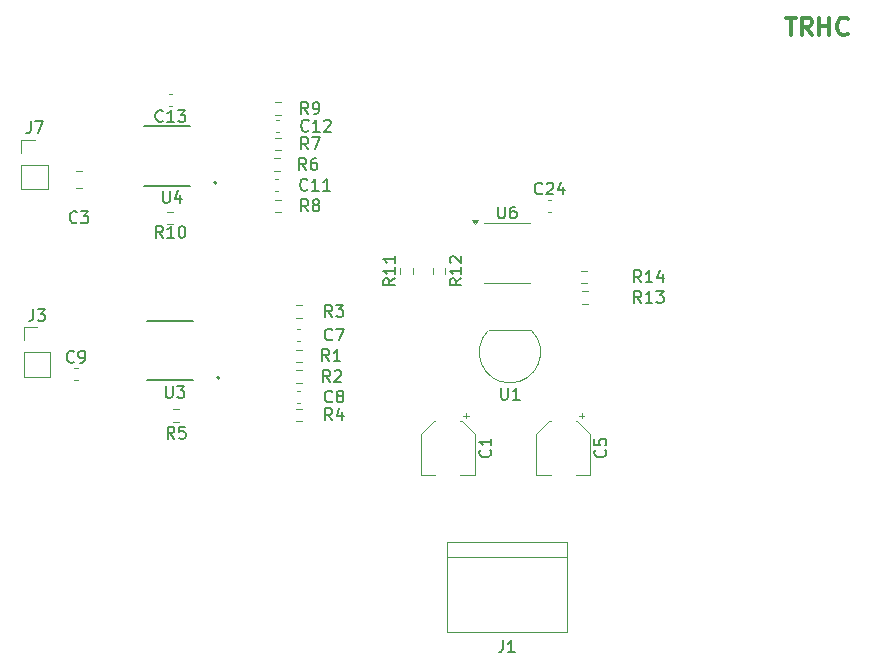
<source format=gbr>
%TF.GenerationSoftware,KiCad,Pcbnew,9.0.4*%
%TF.CreationDate,2025-09-08T12:57:20+12:00*%
%TF.ProjectId,doneIThink,646f6e65-4954-4686-996e-6b2e6b696361,rev?*%
%TF.SameCoordinates,Original*%
%TF.FileFunction,Legend,Top*%
%TF.FilePolarity,Positive*%
%FSLAX46Y46*%
G04 Gerber Fmt 4.6, Leading zero omitted, Abs format (unit mm)*
G04 Created by KiCad (PCBNEW 9.0.4) date 2025-09-08 12:57:20*
%MOMM*%
%LPD*%
G01*
G04 APERTURE LIST*
%ADD10C,0.300000*%
%ADD11C,0.150000*%
%ADD12C,0.120000*%
%ADD13C,0.127000*%
%ADD14C,0.200000*%
G04 APERTURE END LIST*
D10*
X244340225Y-49050828D02*
X245197368Y-49050828D01*
X244768796Y-50550828D02*
X244768796Y-49050828D01*
X246554510Y-50550828D02*
X246054510Y-49836542D01*
X245697367Y-50550828D02*
X245697367Y-49050828D01*
X245697367Y-49050828D02*
X246268796Y-49050828D01*
X246268796Y-49050828D02*
X246411653Y-49122257D01*
X246411653Y-49122257D02*
X246483082Y-49193685D01*
X246483082Y-49193685D02*
X246554510Y-49336542D01*
X246554510Y-49336542D02*
X246554510Y-49550828D01*
X246554510Y-49550828D02*
X246483082Y-49693685D01*
X246483082Y-49693685D02*
X246411653Y-49765114D01*
X246411653Y-49765114D02*
X246268796Y-49836542D01*
X246268796Y-49836542D02*
X245697367Y-49836542D01*
X247197367Y-50550828D02*
X247197367Y-49050828D01*
X247197367Y-49765114D02*
X248054510Y-49765114D01*
X248054510Y-50550828D02*
X248054510Y-49050828D01*
X249625939Y-50407971D02*
X249554511Y-50479400D01*
X249554511Y-50479400D02*
X249340225Y-50550828D01*
X249340225Y-50550828D02*
X249197368Y-50550828D01*
X249197368Y-50550828D02*
X248983082Y-50479400D01*
X248983082Y-50479400D02*
X248840225Y-50336542D01*
X248840225Y-50336542D02*
X248768796Y-50193685D01*
X248768796Y-50193685D02*
X248697368Y-49907971D01*
X248697368Y-49907971D02*
X248697368Y-49693685D01*
X248697368Y-49693685D02*
X248768796Y-49407971D01*
X248768796Y-49407971D02*
X248840225Y-49265114D01*
X248840225Y-49265114D02*
X248983082Y-49122257D01*
X248983082Y-49122257D02*
X249197368Y-49050828D01*
X249197368Y-49050828D02*
X249340225Y-49050828D01*
X249340225Y-49050828D02*
X249554511Y-49122257D01*
X249554511Y-49122257D02*
X249625939Y-49193685D01*
D11*
X203920833Y-65454819D02*
X203587500Y-64978628D01*
X203349405Y-65454819D02*
X203349405Y-64454819D01*
X203349405Y-64454819D02*
X203730357Y-64454819D01*
X203730357Y-64454819D02*
X203825595Y-64502438D01*
X203825595Y-64502438D02*
X203873214Y-64550057D01*
X203873214Y-64550057D02*
X203920833Y-64645295D01*
X203920833Y-64645295D02*
X203920833Y-64788152D01*
X203920833Y-64788152D02*
X203873214Y-64883390D01*
X203873214Y-64883390D02*
X203825595Y-64931009D01*
X203825595Y-64931009D02*
X203730357Y-64978628D01*
X203730357Y-64978628D02*
X203349405Y-64978628D01*
X204492262Y-64883390D02*
X204397024Y-64835771D01*
X204397024Y-64835771D02*
X204349405Y-64788152D01*
X204349405Y-64788152D02*
X204301786Y-64692914D01*
X204301786Y-64692914D02*
X204301786Y-64645295D01*
X204301786Y-64645295D02*
X204349405Y-64550057D01*
X204349405Y-64550057D02*
X204397024Y-64502438D01*
X204397024Y-64502438D02*
X204492262Y-64454819D01*
X204492262Y-64454819D02*
X204682738Y-64454819D01*
X204682738Y-64454819D02*
X204777976Y-64502438D01*
X204777976Y-64502438D02*
X204825595Y-64550057D01*
X204825595Y-64550057D02*
X204873214Y-64645295D01*
X204873214Y-64645295D02*
X204873214Y-64692914D01*
X204873214Y-64692914D02*
X204825595Y-64788152D01*
X204825595Y-64788152D02*
X204777976Y-64835771D01*
X204777976Y-64835771D02*
X204682738Y-64883390D01*
X204682738Y-64883390D02*
X204492262Y-64883390D01*
X204492262Y-64883390D02*
X204397024Y-64931009D01*
X204397024Y-64931009D02*
X204349405Y-64978628D01*
X204349405Y-64978628D02*
X204301786Y-65073866D01*
X204301786Y-65073866D02*
X204301786Y-65264342D01*
X204301786Y-65264342D02*
X204349405Y-65359580D01*
X204349405Y-65359580D02*
X204397024Y-65407200D01*
X204397024Y-65407200D02*
X204492262Y-65454819D01*
X204492262Y-65454819D02*
X204682738Y-65454819D01*
X204682738Y-65454819D02*
X204777976Y-65407200D01*
X204777976Y-65407200D02*
X204825595Y-65359580D01*
X204825595Y-65359580D02*
X204873214Y-65264342D01*
X204873214Y-65264342D02*
X204873214Y-65073866D01*
X204873214Y-65073866D02*
X204825595Y-64978628D01*
X204825595Y-64978628D02*
X204777976Y-64931009D01*
X204777976Y-64931009D02*
X204682738Y-64883390D01*
X191607142Y-67704819D02*
X191273809Y-67228628D01*
X191035714Y-67704819D02*
X191035714Y-66704819D01*
X191035714Y-66704819D02*
X191416666Y-66704819D01*
X191416666Y-66704819D02*
X191511904Y-66752438D01*
X191511904Y-66752438D02*
X191559523Y-66800057D01*
X191559523Y-66800057D02*
X191607142Y-66895295D01*
X191607142Y-66895295D02*
X191607142Y-67038152D01*
X191607142Y-67038152D02*
X191559523Y-67133390D01*
X191559523Y-67133390D02*
X191511904Y-67181009D01*
X191511904Y-67181009D02*
X191416666Y-67228628D01*
X191416666Y-67228628D02*
X191035714Y-67228628D01*
X192559523Y-67704819D02*
X191988095Y-67704819D01*
X192273809Y-67704819D02*
X192273809Y-66704819D01*
X192273809Y-66704819D02*
X192178571Y-66847676D01*
X192178571Y-66847676D02*
X192083333Y-66942914D01*
X192083333Y-66942914D02*
X191988095Y-66990533D01*
X193178571Y-66704819D02*
X193273809Y-66704819D01*
X193273809Y-66704819D02*
X193369047Y-66752438D01*
X193369047Y-66752438D02*
X193416666Y-66800057D01*
X193416666Y-66800057D02*
X193464285Y-66895295D01*
X193464285Y-66895295D02*
X193511904Y-67085771D01*
X193511904Y-67085771D02*
X193511904Y-67323866D01*
X193511904Y-67323866D02*
X193464285Y-67514342D01*
X193464285Y-67514342D02*
X193416666Y-67609580D01*
X193416666Y-67609580D02*
X193369047Y-67657200D01*
X193369047Y-67657200D02*
X193273809Y-67704819D01*
X193273809Y-67704819D02*
X193178571Y-67704819D01*
X193178571Y-67704819D02*
X193083333Y-67657200D01*
X193083333Y-67657200D02*
X193035714Y-67609580D01*
X193035714Y-67609580D02*
X192988095Y-67514342D01*
X192988095Y-67514342D02*
X192940476Y-67323866D01*
X192940476Y-67323866D02*
X192940476Y-67085771D01*
X192940476Y-67085771D02*
X192988095Y-66895295D01*
X192988095Y-66895295D02*
X193035714Y-66800057D01*
X193035714Y-66800057D02*
X193083333Y-66752438D01*
X193083333Y-66752438D02*
X193178571Y-66704819D01*
X203920833Y-60204819D02*
X203587500Y-59728628D01*
X203349405Y-60204819D02*
X203349405Y-59204819D01*
X203349405Y-59204819D02*
X203730357Y-59204819D01*
X203730357Y-59204819D02*
X203825595Y-59252438D01*
X203825595Y-59252438D02*
X203873214Y-59300057D01*
X203873214Y-59300057D02*
X203920833Y-59395295D01*
X203920833Y-59395295D02*
X203920833Y-59538152D01*
X203920833Y-59538152D02*
X203873214Y-59633390D01*
X203873214Y-59633390D02*
X203825595Y-59681009D01*
X203825595Y-59681009D02*
X203730357Y-59728628D01*
X203730357Y-59728628D02*
X203349405Y-59728628D01*
X204254167Y-59204819D02*
X204920833Y-59204819D01*
X204920833Y-59204819D02*
X204492262Y-60204819D01*
X203944642Y-58609580D02*
X203897023Y-58657200D01*
X203897023Y-58657200D02*
X203754166Y-58704819D01*
X203754166Y-58704819D02*
X203658928Y-58704819D01*
X203658928Y-58704819D02*
X203516071Y-58657200D01*
X203516071Y-58657200D02*
X203420833Y-58561961D01*
X203420833Y-58561961D02*
X203373214Y-58466723D01*
X203373214Y-58466723D02*
X203325595Y-58276247D01*
X203325595Y-58276247D02*
X203325595Y-58133390D01*
X203325595Y-58133390D02*
X203373214Y-57942914D01*
X203373214Y-57942914D02*
X203420833Y-57847676D01*
X203420833Y-57847676D02*
X203516071Y-57752438D01*
X203516071Y-57752438D02*
X203658928Y-57704819D01*
X203658928Y-57704819D02*
X203754166Y-57704819D01*
X203754166Y-57704819D02*
X203897023Y-57752438D01*
X203897023Y-57752438D02*
X203944642Y-57800057D01*
X204897023Y-58704819D02*
X204325595Y-58704819D01*
X204611309Y-58704819D02*
X204611309Y-57704819D01*
X204611309Y-57704819D02*
X204516071Y-57847676D01*
X204516071Y-57847676D02*
X204420833Y-57942914D01*
X204420833Y-57942914D02*
X204325595Y-57990533D01*
X205277976Y-57800057D02*
X205325595Y-57752438D01*
X205325595Y-57752438D02*
X205420833Y-57704819D01*
X205420833Y-57704819D02*
X205658928Y-57704819D01*
X205658928Y-57704819D02*
X205754166Y-57752438D01*
X205754166Y-57752438D02*
X205801785Y-57800057D01*
X205801785Y-57800057D02*
X205849404Y-57895295D01*
X205849404Y-57895295D02*
X205849404Y-57990533D01*
X205849404Y-57990533D02*
X205801785Y-58133390D01*
X205801785Y-58133390D02*
X205230357Y-58704819D01*
X205230357Y-58704819D02*
X205849404Y-58704819D01*
X223719642Y-63929580D02*
X223672023Y-63977200D01*
X223672023Y-63977200D02*
X223529166Y-64024819D01*
X223529166Y-64024819D02*
X223433928Y-64024819D01*
X223433928Y-64024819D02*
X223291071Y-63977200D01*
X223291071Y-63977200D02*
X223195833Y-63881961D01*
X223195833Y-63881961D02*
X223148214Y-63786723D01*
X223148214Y-63786723D02*
X223100595Y-63596247D01*
X223100595Y-63596247D02*
X223100595Y-63453390D01*
X223100595Y-63453390D02*
X223148214Y-63262914D01*
X223148214Y-63262914D02*
X223195833Y-63167676D01*
X223195833Y-63167676D02*
X223291071Y-63072438D01*
X223291071Y-63072438D02*
X223433928Y-63024819D01*
X223433928Y-63024819D02*
X223529166Y-63024819D01*
X223529166Y-63024819D02*
X223672023Y-63072438D01*
X223672023Y-63072438D02*
X223719642Y-63120057D01*
X224100595Y-63120057D02*
X224148214Y-63072438D01*
X224148214Y-63072438D02*
X224243452Y-63024819D01*
X224243452Y-63024819D02*
X224481547Y-63024819D01*
X224481547Y-63024819D02*
X224576785Y-63072438D01*
X224576785Y-63072438D02*
X224624404Y-63120057D01*
X224624404Y-63120057D02*
X224672023Y-63215295D01*
X224672023Y-63215295D02*
X224672023Y-63310533D01*
X224672023Y-63310533D02*
X224624404Y-63453390D01*
X224624404Y-63453390D02*
X224052976Y-64024819D01*
X224052976Y-64024819D02*
X224672023Y-64024819D01*
X225529166Y-63358152D02*
X225529166Y-64024819D01*
X225291071Y-62977200D02*
X225052976Y-63691485D01*
X225052976Y-63691485D02*
X225672023Y-63691485D01*
X180636666Y-73729819D02*
X180636666Y-74444104D01*
X180636666Y-74444104D02*
X180589047Y-74586961D01*
X180589047Y-74586961D02*
X180493809Y-74682200D01*
X180493809Y-74682200D02*
X180350952Y-74729819D01*
X180350952Y-74729819D02*
X180255714Y-74729819D01*
X181017619Y-73729819D02*
X181636666Y-73729819D01*
X181636666Y-73729819D02*
X181303333Y-74110771D01*
X181303333Y-74110771D02*
X181446190Y-74110771D01*
X181446190Y-74110771D02*
X181541428Y-74158390D01*
X181541428Y-74158390D02*
X181589047Y-74206009D01*
X181589047Y-74206009D02*
X181636666Y-74301247D01*
X181636666Y-74301247D02*
X181636666Y-74539342D01*
X181636666Y-74539342D02*
X181589047Y-74634580D01*
X181589047Y-74634580D02*
X181541428Y-74682200D01*
X181541428Y-74682200D02*
X181446190Y-74729819D01*
X181446190Y-74729819D02*
X181160476Y-74729819D01*
X181160476Y-74729819D02*
X181065238Y-74682200D01*
X181065238Y-74682200D02*
X181017619Y-74634580D01*
X229059580Y-85666666D02*
X229107200Y-85714285D01*
X229107200Y-85714285D02*
X229154819Y-85857142D01*
X229154819Y-85857142D02*
X229154819Y-85952380D01*
X229154819Y-85952380D02*
X229107200Y-86095237D01*
X229107200Y-86095237D02*
X229011961Y-86190475D01*
X229011961Y-86190475D02*
X228916723Y-86238094D01*
X228916723Y-86238094D02*
X228726247Y-86285713D01*
X228726247Y-86285713D02*
X228583390Y-86285713D01*
X228583390Y-86285713D02*
X228392914Y-86238094D01*
X228392914Y-86238094D02*
X228297676Y-86190475D01*
X228297676Y-86190475D02*
X228202438Y-86095237D01*
X228202438Y-86095237D02*
X228154819Y-85952380D01*
X228154819Y-85952380D02*
X228154819Y-85857142D01*
X228154819Y-85857142D02*
X228202438Y-85714285D01*
X228202438Y-85714285D02*
X228250057Y-85666666D01*
X228154819Y-84761904D02*
X228154819Y-85238094D01*
X228154819Y-85238094D02*
X228631009Y-85285713D01*
X228631009Y-85285713D02*
X228583390Y-85238094D01*
X228583390Y-85238094D02*
X228535771Y-85142856D01*
X228535771Y-85142856D02*
X228535771Y-84904761D01*
X228535771Y-84904761D02*
X228583390Y-84809523D01*
X228583390Y-84809523D02*
X228631009Y-84761904D01*
X228631009Y-84761904D02*
X228726247Y-84714285D01*
X228726247Y-84714285D02*
X228964342Y-84714285D01*
X228964342Y-84714285D02*
X229059580Y-84761904D01*
X229059580Y-84761904D02*
X229107200Y-84809523D01*
X229107200Y-84809523D02*
X229154819Y-84904761D01*
X229154819Y-84904761D02*
X229154819Y-85142856D01*
X229154819Y-85142856D02*
X229107200Y-85238094D01*
X229107200Y-85238094D02*
X229059580Y-85285713D01*
X191607142Y-57789580D02*
X191559523Y-57837200D01*
X191559523Y-57837200D02*
X191416666Y-57884819D01*
X191416666Y-57884819D02*
X191321428Y-57884819D01*
X191321428Y-57884819D02*
X191178571Y-57837200D01*
X191178571Y-57837200D02*
X191083333Y-57741961D01*
X191083333Y-57741961D02*
X191035714Y-57646723D01*
X191035714Y-57646723D02*
X190988095Y-57456247D01*
X190988095Y-57456247D02*
X190988095Y-57313390D01*
X190988095Y-57313390D02*
X191035714Y-57122914D01*
X191035714Y-57122914D02*
X191083333Y-57027676D01*
X191083333Y-57027676D02*
X191178571Y-56932438D01*
X191178571Y-56932438D02*
X191321428Y-56884819D01*
X191321428Y-56884819D02*
X191416666Y-56884819D01*
X191416666Y-56884819D02*
X191559523Y-56932438D01*
X191559523Y-56932438D02*
X191607142Y-56980057D01*
X192559523Y-57884819D02*
X191988095Y-57884819D01*
X192273809Y-57884819D02*
X192273809Y-56884819D01*
X192273809Y-56884819D02*
X192178571Y-57027676D01*
X192178571Y-57027676D02*
X192083333Y-57122914D01*
X192083333Y-57122914D02*
X191988095Y-57170533D01*
X192892857Y-56884819D02*
X193511904Y-56884819D01*
X193511904Y-56884819D02*
X193178571Y-57265771D01*
X193178571Y-57265771D02*
X193321428Y-57265771D01*
X193321428Y-57265771D02*
X193416666Y-57313390D01*
X193416666Y-57313390D02*
X193464285Y-57361009D01*
X193464285Y-57361009D02*
X193511904Y-57456247D01*
X193511904Y-57456247D02*
X193511904Y-57694342D01*
X193511904Y-57694342D02*
X193464285Y-57789580D01*
X193464285Y-57789580D02*
X193416666Y-57837200D01*
X193416666Y-57837200D02*
X193321428Y-57884819D01*
X193321428Y-57884819D02*
X193035714Y-57884819D01*
X193035714Y-57884819D02*
X192940476Y-57837200D01*
X192940476Y-57837200D02*
X192892857Y-57789580D01*
X203745833Y-61954819D02*
X203412500Y-61478628D01*
X203174405Y-61954819D02*
X203174405Y-60954819D01*
X203174405Y-60954819D02*
X203555357Y-60954819D01*
X203555357Y-60954819D02*
X203650595Y-61002438D01*
X203650595Y-61002438D02*
X203698214Y-61050057D01*
X203698214Y-61050057D02*
X203745833Y-61145295D01*
X203745833Y-61145295D02*
X203745833Y-61288152D01*
X203745833Y-61288152D02*
X203698214Y-61383390D01*
X203698214Y-61383390D02*
X203650595Y-61431009D01*
X203650595Y-61431009D02*
X203555357Y-61478628D01*
X203555357Y-61478628D02*
X203174405Y-61478628D01*
X204602976Y-60954819D02*
X204412500Y-60954819D01*
X204412500Y-60954819D02*
X204317262Y-61002438D01*
X204317262Y-61002438D02*
X204269643Y-61050057D01*
X204269643Y-61050057D02*
X204174405Y-61192914D01*
X204174405Y-61192914D02*
X204126786Y-61383390D01*
X204126786Y-61383390D02*
X204126786Y-61764342D01*
X204126786Y-61764342D02*
X204174405Y-61859580D01*
X204174405Y-61859580D02*
X204222024Y-61907200D01*
X204222024Y-61907200D02*
X204317262Y-61954819D01*
X204317262Y-61954819D02*
X204507738Y-61954819D01*
X204507738Y-61954819D02*
X204602976Y-61907200D01*
X204602976Y-61907200D02*
X204650595Y-61859580D01*
X204650595Y-61859580D02*
X204698214Y-61764342D01*
X204698214Y-61764342D02*
X204698214Y-61526247D01*
X204698214Y-61526247D02*
X204650595Y-61431009D01*
X204650595Y-61431009D02*
X204602976Y-61383390D01*
X204602976Y-61383390D02*
X204507738Y-61335771D01*
X204507738Y-61335771D02*
X204317262Y-61335771D01*
X204317262Y-61335771D02*
X204222024Y-61383390D01*
X204222024Y-61383390D02*
X204174405Y-61431009D01*
X204174405Y-61431009D02*
X204126786Y-61526247D01*
X216884819Y-71142857D02*
X216408628Y-71476190D01*
X216884819Y-71714285D02*
X215884819Y-71714285D01*
X215884819Y-71714285D02*
X215884819Y-71333333D01*
X215884819Y-71333333D02*
X215932438Y-71238095D01*
X215932438Y-71238095D02*
X215980057Y-71190476D01*
X215980057Y-71190476D02*
X216075295Y-71142857D01*
X216075295Y-71142857D02*
X216218152Y-71142857D01*
X216218152Y-71142857D02*
X216313390Y-71190476D01*
X216313390Y-71190476D02*
X216361009Y-71238095D01*
X216361009Y-71238095D02*
X216408628Y-71333333D01*
X216408628Y-71333333D02*
X216408628Y-71714285D01*
X216884819Y-70190476D02*
X216884819Y-70761904D01*
X216884819Y-70476190D02*
X215884819Y-70476190D01*
X215884819Y-70476190D02*
X216027676Y-70571428D01*
X216027676Y-70571428D02*
X216122914Y-70666666D01*
X216122914Y-70666666D02*
X216170533Y-70761904D01*
X215980057Y-69809523D02*
X215932438Y-69761904D01*
X215932438Y-69761904D02*
X215884819Y-69666666D01*
X215884819Y-69666666D02*
X215884819Y-69428571D01*
X215884819Y-69428571D02*
X215932438Y-69333333D01*
X215932438Y-69333333D02*
X215980057Y-69285714D01*
X215980057Y-69285714D02*
X216075295Y-69238095D01*
X216075295Y-69238095D02*
X216170533Y-69238095D01*
X216170533Y-69238095D02*
X216313390Y-69285714D01*
X216313390Y-69285714D02*
X216884819Y-69857142D01*
X216884819Y-69857142D02*
X216884819Y-69238095D01*
X192583333Y-84704819D02*
X192250000Y-84228628D01*
X192011905Y-84704819D02*
X192011905Y-83704819D01*
X192011905Y-83704819D02*
X192392857Y-83704819D01*
X192392857Y-83704819D02*
X192488095Y-83752438D01*
X192488095Y-83752438D02*
X192535714Y-83800057D01*
X192535714Y-83800057D02*
X192583333Y-83895295D01*
X192583333Y-83895295D02*
X192583333Y-84038152D01*
X192583333Y-84038152D02*
X192535714Y-84133390D01*
X192535714Y-84133390D02*
X192488095Y-84181009D01*
X192488095Y-84181009D02*
X192392857Y-84228628D01*
X192392857Y-84228628D02*
X192011905Y-84228628D01*
X193488095Y-83704819D02*
X193011905Y-83704819D01*
X193011905Y-83704819D02*
X192964286Y-84181009D01*
X192964286Y-84181009D02*
X193011905Y-84133390D01*
X193011905Y-84133390D02*
X193107143Y-84085771D01*
X193107143Y-84085771D02*
X193345238Y-84085771D01*
X193345238Y-84085771D02*
X193440476Y-84133390D01*
X193440476Y-84133390D02*
X193488095Y-84181009D01*
X193488095Y-84181009D02*
X193535714Y-84276247D01*
X193535714Y-84276247D02*
X193535714Y-84514342D01*
X193535714Y-84514342D02*
X193488095Y-84609580D01*
X193488095Y-84609580D02*
X193440476Y-84657200D01*
X193440476Y-84657200D02*
X193345238Y-84704819D01*
X193345238Y-84704819D02*
X193107143Y-84704819D01*
X193107143Y-84704819D02*
X193011905Y-84657200D01*
X193011905Y-84657200D02*
X192964286Y-84609580D01*
X205945833Y-83139819D02*
X205612500Y-82663628D01*
X205374405Y-83139819D02*
X205374405Y-82139819D01*
X205374405Y-82139819D02*
X205755357Y-82139819D01*
X205755357Y-82139819D02*
X205850595Y-82187438D01*
X205850595Y-82187438D02*
X205898214Y-82235057D01*
X205898214Y-82235057D02*
X205945833Y-82330295D01*
X205945833Y-82330295D02*
X205945833Y-82473152D01*
X205945833Y-82473152D02*
X205898214Y-82568390D01*
X205898214Y-82568390D02*
X205850595Y-82616009D01*
X205850595Y-82616009D02*
X205755357Y-82663628D01*
X205755357Y-82663628D02*
X205374405Y-82663628D01*
X206802976Y-82473152D02*
X206802976Y-83139819D01*
X206564881Y-82092200D02*
X206326786Y-82806485D01*
X206326786Y-82806485D02*
X206945833Y-82806485D01*
X180416666Y-57844819D02*
X180416666Y-58559104D01*
X180416666Y-58559104D02*
X180369047Y-58701961D01*
X180369047Y-58701961D02*
X180273809Y-58797200D01*
X180273809Y-58797200D02*
X180130952Y-58844819D01*
X180130952Y-58844819D02*
X180035714Y-58844819D01*
X180797619Y-57844819D02*
X181464285Y-57844819D01*
X181464285Y-57844819D02*
X181035714Y-58844819D01*
X205945833Y-81544580D02*
X205898214Y-81592200D01*
X205898214Y-81592200D02*
X205755357Y-81639819D01*
X205755357Y-81639819D02*
X205660119Y-81639819D01*
X205660119Y-81639819D02*
X205517262Y-81592200D01*
X205517262Y-81592200D02*
X205422024Y-81496961D01*
X205422024Y-81496961D02*
X205374405Y-81401723D01*
X205374405Y-81401723D02*
X205326786Y-81211247D01*
X205326786Y-81211247D02*
X205326786Y-81068390D01*
X205326786Y-81068390D02*
X205374405Y-80877914D01*
X205374405Y-80877914D02*
X205422024Y-80782676D01*
X205422024Y-80782676D02*
X205517262Y-80687438D01*
X205517262Y-80687438D02*
X205660119Y-80639819D01*
X205660119Y-80639819D02*
X205755357Y-80639819D01*
X205755357Y-80639819D02*
X205898214Y-80687438D01*
X205898214Y-80687438D02*
X205945833Y-80735057D01*
X206517262Y-81068390D02*
X206422024Y-81020771D01*
X206422024Y-81020771D02*
X206374405Y-80973152D01*
X206374405Y-80973152D02*
X206326786Y-80877914D01*
X206326786Y-80877914D02*
X206326786Y-80830295D01*
X206326786Y-80830295D02*
X206374405Y-80735057D01*
X206374405Y-80735057D02*
X206422024Y-80687438D01*
X206422024Y-80687438D02*
X206517262Y-80639819D01*
X206517262Y-80639819D02*
X206707738Y-80639819D01*
X206707738Y-80639819D02*
X206802976Y-80687438D01*
X206802976Y-80687438D02*
X206850595Y-80735057D01*
X206850595Y-80735057D02*
X206898214Y-80830295D01*
X206898214Y-80830295D02*
X206898214Y-80877914D01*
X206898214Y-80877914D02*
X206850595Y-80973152D01*
X206850595Y-80973152D02*
X206802976Y-81020771D01*
X206802976Y-81020771D02*
X206707738Y-81068390D01*
X206707738Y-81068390D02*
X206517262Y-81068390D01*
X206517262Y-81068390D02*
X206422024Y-81116009D01*
X206422024Y-81116009D02*
X206374405Y-81163628D01*
X206374405Y-81163628D02*
X206326786Y-81258866D01*
X206326786Y-81258866D02*
X206326786Y-81449342D01*
X206326786Y-81449342D02*
X206374405Y-81544580D01*
X206374405Y-81544580D02*
X206422024Y-81592200D01*
X206422024Y-81592200D02*
X206517262Y-81639819D01*
X206517262Y-81639819D02*
X206707738Y-81639819D01*
X206707738Y-81639819D02*
X206802976Y-81592200D01*
X206802976Y-81592200D02*
X206850595Y-81544580D01*
X206850595Y-81544580D02*
X206898214Y-81449342D01*
X206898214Y-81449342D02*
X206898214Y-81258866D01*
X206898214Y-81258866D02*
X206850595Y-81163628D01*
X206850595Y-81163628D02*
X206802976Y-81116009D01*
X206802976Y-81116009D02*
X206707738Y-81068390D01*
X232107142Y-71454819D02*
X231773809Y-70978628D01*
X231535714Y-71454819D02*
X231535714Y-70454819D01*
X231535714Y-70454819D02*
X231916666Y-70454819D01*
X231916666Y-70454819D02*
X232011904Y-70502438D01*
X232011904Y-70502438D02*
X232059523Y-70550057D01*
X232059523Y-70550057D02*
X232107142Y-70645295D01*
X232107142Y-70645295D02*
X232107142Y-70788152D01*
X232107142Y-70788152D02*
X232059523Y-70883390D01*
X232059523Y-70883390D02*
X232011904Y-70931009D01*
X232011904Y-70931009D02*
X231916666Y-70978628D01*
X231916666Y-70978628D02*
X231535714Y-70978628D01*
X233059523Y-71454819D02*
X232488095Y-71454819D01*
X232773809Y-71454819D02*
X232773809Y-70454819D01*
X232773809Y-70454819D02*
X232678571Y-70597676D01*
X232678571Y-70597676D02*
X232583333Y-70692914D01*
X232583333Y-70692914D02*
X232488095Y-70740533D01*
X233916666Y-70788152D02*
X233916666Y-71454819D01*
X233678571Y-70407200D02*
X233440476Y-71121485D01*
X233440476Y-71121485D02*
X234059523Y-71121485D01*
X203857142Y-63609580D02*
X203809523Y-63657200D01*
X203809523Y-63657200D02*
X203666666Y-63704819D01*
X203666666Y-63704819D02*
X203571428Y-63704819D01*
X203571428Y-63704819D02*
X203428571Y-63657200D01*
X203428571Y-63657200D02*
X203333333Y-63561961D01*
X203333333Y-63561961D02*
X203285714Y-63466723D01*
X203285714Y-63466723D02*
X203238095Y-63276247D01*
X203238095Y-63276247D02*
X203238095Y-63133390D01*
X203238095Y-63133390D02*
X203285714Y-62942914D01*
X203285714Y-62942914D02*
X203333333Y-62847676D01*
X203333333Y-62847676D02*
X203428571Y-62752438D01*
X203428571Y-62752438D02*
X203571428Y-62704819D01*
X203571428Y-62704819D02*
X203666666Y-62704819D01*
X203666666Y-62704819D02*
X203809523Y-62752438D01*
X203809523Y-62752438D02*
X203857142Y-62800057D01*
X204809523Y-63704819D02*
X204238095Y-63704819D01*
X204523809Y-63704819D02*
X204523809Y-62704819D01*
X204523809Y-62704819D02*
X204428571Y-62847676D01*
X204428571Y-62847676D02*
X204333333Y-62942914D01*
X204333333Y-62942914D02*
X204238095Y-62990533D01*
X205761904Y-63704819D02*
X205190476Y-63704819D01*
X205476190Y-63704819D02*
X205476190Y-62704819D01*
X205476190Y-62704819D02*
X205380952Y-62847676D01*
X205380952Y-62847676D02*
X205285714Y-62942914D01*
X205285714Y-62942914D02*
X205190476Y-62990533D01*
X220238095Y-80404819D02*
X220238095Y-81214342D01*
X220238095Y-81214342D02*
X220285714Y-81309580D01*
X220285714Y-81309580D02*
X220333333Y-81357200D01*
X220333333Y-81357200D02*
X220428571Y-81404819D01*
X220428571Y-81404819D02*
X220619047Y-81404819D01*
X220619047Y-81404819D02*
X220714285Y-81357200D01*
X220714285Y-81357200D02*
X220761904Y-81309580D01*
X220761904Y-81309580D02*
X220809523Y-81214342D01*
X220809523Y-81214342D02*
X220809523Y-80404819D01*
X221809523Y-81404819D02*
X221238095Y-81404819D01*
X221523809Y-81404819D02*
X221523809Y-80404819D01*
X221523809Y-80404819D02*
X221428571Y-80547676D01*
X221428571Y-80547676D02*
X221333333Y-80642914D01*
X221333333Y-80642914D02*
X221238095Y-80690533D01*
X232107142Y-73204819D02*
X231773809Y-72728628D01*
X231535714Y-73204819D02*
X231535714Y-72204819D01*
X231535714Y-72204819D02*
X231916666Y-72204819D01*
X231916666Y-72204819D02*
X232011904Y-72252438D01*
X232011904Y-72252438D02*
X232059523Y-72300057D01*
X232059523Y-72300057D02*
X232107142Y-72395295D01*
X232107142Y-72395295D02*
X232107142Y-72538152D01*
X232107142Y-72538152D02*
X232059523Y-72633390D01*
X232059523Y-72633390D02*
X232011904Y-72681009D01*
X232011904Y-72681009D02*
X231916666Y-72728628D01*
X231916666Y-72728628D02*
X231535714Y-72728628D01*
X233059523Y-73204819D02*
X232488095Y-73204819D01*
X232773809Y-73204819D02*
X232773809Y-72204819D01*
X232773809Y-72204819D02*
X232678571Y-72347676D01*
X232678571Y-72347676D02*
X232583333Y-72442914D01*
X232583333Y-72442914D02*
X232488095Y-72490533D01*
X233392857Y-72204819D02*
X234011904Y-72204819D01*
X234011904Y-72204819D02*
X233678571Y-72585771D01*
X233678571Y-72585771D02*
X233821428Y-72585771D01*
X233821428Y-72585771D02*
X233916666Y-72633390D01*
X233916666Y-72633390D02*
X233964285Y-72681009D01*
X233964285Y-72681009D02*
X234011904Y-72776247D01*
X234011904Y-72776247D02*
X234011904Y-73014342D01*
X234011904Y-73014342D02*
X233964285Y-73109580D01*
X233964285Y-73109580D02*
X233916666Y-73157200D01*
X233916666Y-73157200D02*
X233821428Y-73204819D01*
X233821428Y-73204819D02*
X233535714Y-73204819D01*
X233535714Y-73204819D02*
X233440476Y-73157200D01*
X233440476Y-73157200D02*
X233392857Y-73109580D01*
X220416666Y-101784819D02*
X220416666Y-102499104D01*
X220416666Y-102499104D02*
X220369047Y-102641961D01*
X220369047Y-102641961D02*
X220273809Y-102737200D01*
X220273809Y-102737200D02*
X220130952Y-102784819D01*
X220130952Y-102784819D02*
X220035714Y-102784819D01*
X221416666Y-102784819D02*
X220845238Y-102784819D01*
X221130952Y-102784819D02*
X221130952Y-101784819D01*
X221130952Y-101784819D02*
X221035714Y-101927676D01*
X221035714Y-101927676D02*
X220940476Y-102022914D01*
X220940476Y-102022914D02*
X220845238Y-102070533D01*
X191873095Y-80241819D02*
X191873095Y-81051342D01*
X191873095Y-81051342D02*
X191920714Y-81146580D01*
X191920714Y-81146580D02*
X191968333Y-81194200D01*
X191968333Y-81194200D02*
X192063571Y-81241819D01*
X192063571Y-81241819D02*
X192254047Y-81241819D01*
X192254047Y-81241819D02*
X192349285Y-81194200D01*
X192349285Y-81194200D02*
X192396904Y-81146580D01*
X192396904Y-81146580D02*
X192444523Y-81051342D01*
X192444523Y-81051342D02*
X192444523Y-80241819D01*
X192825476Y-80241819D02*
X193444523Y-80241819D01*
X193444523Y-80241819D02*
X193111190Y-80622771D01*
X193111190Y-80622771D02*
X193254047Y-80622771D01*
X193254047Y-80622771D02*
X193349285Y-80670390D01*
X193349285Y-80670390D02*
X193396904Y-80718009D01*
X193396904Y-80718009D02*
X193444523Y-80813247D01*
X193444523Y-80813247D02*
X193444523Y-81051342D01*
X193444523Y-81051342D02*
X193396904Y-81146580D01*
X193396904Y-81146580D02*
X193349285Y-81194200D01*
X193349285Y-81194200D02*
X193254047Y-81241819D01*
X193254047Y-81241819D02*
X192968333Y-81241819D01*
X192968333Y-81241819D02*
X192873095Y-81194200D01*
X192873095Y-81194200D02*
X192825476Y-81146580D01*
X184333333Y-66359580D02*
X184285714Y-66407200D01*
X184285714Y-66407200D02*
X184142857Y-66454819D01*
X184142857Y-66454819D02*
X184047619Y-66454819D01*
X184047619Y-66454819D02*
X183904762Y-66407200D01*
X183904762Y-66407200D02*
X183809524Y-66311961D01*
X183809524Y-66311961D02*
X183761905Y-66216723D01*
X183761905Y-66216723D02*
X183714286Y-66026247D01*
X183714286Y-66026247D02*
X183714286Y-65883390D01*
X183714286Y-65883390D02*
X183761905Y-65692914D01*
X183761905Y-65692914D02*
X183809524Y-65597676D01*
X183809524Y-65597676D02*
X183904762Y-65502438D01*
X183904762Y-65502438D02*
X184047619Y-65454819D01*
X184047619Y-65454819D02*
X184142857Y-65454819D01*
X184142857Y-65454819D02*
X184285714Y-65502438D01*
X184285714Y-65502438D02*
X184333333Y-65550057D01*
X184666667Y-65454819D02*
X185285714Y-65454819D01*
X185285714Y-65454819D02*
X184952381Y-65835771D01*
X184952381Y-65835771D02*
X185095238Y-65835771D01*
X185095238Y-65835771D02*
X185190476Y-65883390D01*
X185190476Y-65883390D02*
X185238095Y-65931009D01*
X185238095Y-65931009D02*
X185285714Y-66026247D01*
X185285714Y-66026247D02*
X185285714Y-66264342D01*
X185285714Y-66264342D02*
X185238095Y-66359580D01*
X185238095Y-66359580D02*
X185190476Y-66407200D01*
X185190476Y-66407200D02*
X185095238Y-66454819D01*
X185095238Y-66454819D02*
X184809524Y-66454819D01*
X184809524Y-66454819D02*
X184714286Y-66407200D01*
X184714286Y-66407200D02*
X184666667Y-66359580D01*
X211274819Y-71142857D02*
X210798628Y-71476190D01*
X211274819Y-71714285D02*
X210274819Y-71714285D01*
X210274819Y-71714285D02*
X210274819Y-71333333D01*
X210274819Y-71333333D02*
X210322438Y-71238095D01*
X210322438Y-71238095D02*
X210370057Y-71190476D01*
X210370057Y-71190476D02*
X210465295Y-71142857D01*
X210465295Y-71142857D02*
X210608152Y-71142857D01*
X210608152Y-71142857D02*
X210703390Y-71190476D01*
X210703390Y-71190476D02*
X210751009Y-71238095D01*
X210751009Y-71238095D02*
X210798628Y-71333333D01*
X210798628Y-71333333D02*
X210798628Y-71714285D01*
X211274819Y-70190476D02*
X211274819Y-70761904D01*
X211274819Y-70476190D02*
X210274819Y-70476190D01*
X210274819Y-70476190D02*
X210417676Y-70571428D01*
X210417676Y-70571428D02*
X210512914Y-70666666D01*
X210512914Y-70666666D02*
X210560533Y-70761904D01*
X211274819Y-69238095D02*
X211274819Y-69809523D01*
X211274819Y-69523809D02*
X210274819Y-69523809D01*
X210274819Y-69523809D02*
X210417676Y-69619047D01*
X210417676Y-69619047D02*
X210512914Y-69714285D01*
X210512914Y-69714285D02*
X210560533Y-69809523D01*
X205783333Y-79889819D02*
X205450000Y-79413628D01*
X205211905Y-79889819D02*
X205211905Y-78889819D01*
X205211905Y-78889819D02*
X205592857Y-78889819D01*
X205592857Y-78889819D02*
X205688095Y-78937438D01*
X205688095Y-78937438D02*
X205735714Y-78985057D01*
X205735714Y-78985057D02*
X205783333Y-79080295D01*
X205783333Y-79080295D02*
X205783333Y-79223152D01*
X205783333Y-79223152D02*
X205735714Y-79318390D01*
X205735714Y-79318390D02*
X205688095Y-79366009D01*
X205688095Y-79366009D02*
X205592857Y-79413628D01*
X205592857Y-79413628D02*
X205211905Y-79413628D01*
X206164286Y-78985057D02*
X206211905Y-78937438D01*
X206211905Y-78937438D02*
X206307143Y-78889819D01*
X206307143Y-78889819D02*
X206545238Y-78889819D01*
X206545238Y-78889819D02*
X206640476Y-78937438D01*
X206640476Y-78937438D02*
X206688095Y-78985057D01*
X206688095Y-78985057D02*
X206735714Y-79080295D01*
X206735714Y-79080295D02*
X206735714Y-79175533D01*
X206735714Y-79175533D02*
X206688095Y-79318390D01*
X206688095Y-79318390D02*
X206116667Y-79889819D01*
X206116667Y-79889819D02*
X206735714Y-79889819D01*
X191623095Y-63741819D02*
X191623095Y-64551342D01*
X191623095Y-64551342D02*
X191670714Y-64646580D01*
X191670714Y-64646580D02*
X191718333Y-64694200D01*
X191718333Y-64694200D02*
X191813571Y-64741819D01*
X191813571Y-64741819D02*
X192004047Y-64741819D01*
X192004047Y-64741819D02*
X192099285Y-64694200D01*
X192099285Y-64694200D02*
X192146904Y-64646580D01*
X192146904Y-64646580D02*
X192194523Y-64551342D01*
X192194523Y-64551342D02*
X192194523Y-63741819D01*
X193099285Y-64075152D02*
X193099285Y-64741819D01*
X192861190Y-63694200D02*
X192623095Y-64408485D01*
X192623095Y-64408485D02*
X193242142Y-64408485D01*
X219309580Y-85666666D02*
X219357200Y-85714285D01*
X219357200Y-85714285D02*
X219404819Y-85857142D01*
X219404819Y-85857142D02*
X219404819Y-85952380D01*
X219404819Y-85952380D02*
X219357200Y-86095237D01*
X219357200Y-86095237D02*
X219261961Y-86190475D01*
X219261961Y-86190475D02*
X219166723Y-86238094D01*
X219166723Y-86238094D02*
X218976247Y-86285713D01*
X218976247Y-86285713D02*
X218833390Y-86285713D01*
X218833390Y-86285713D02*
X218642914Y-86238094D01*
X218642914Y-86238094D02*
X218547676Y-86190475D01*
X218547676Y-86190475D02*
X218452438Y-86095237D01*
X218452438Y-86095237D02*
X218404819Y-85952380D01*
X218404819Y-85952380D02*
X218404819Y-85857142D01*
X218404819Y-85857142D02*
X218452438Y-85714285D01*
X218452438Y-85714285D02*
X218500057Y-85666666D01*
X219404819Y-84714285D02*
X219404819Y-85285713D01*
X219404819Y-84999999D02*
X218404819Y-84999999D01*
X218404819Y-84999999D02*
X218547676Y-85095237D01*
X218547676Y-85095237D02*
X218642914Y-85190475D01*
X218642914Y-85190475D02*
X218690533Y-85285713D01*
X205945833Y-76294580D02*
X205898214Y-76342200D01*
X205898214Y-76342200D02*
X205755357Y-76389819D01*
X205755357Y-76389819D02*
X205660119Y-76389819D01*
X205660119Y-76389819D02*
X205517262Y-76342200D01*
X205517262Y-76342200D02*
X205422024Y-76246961D01*
X205422024Y-76246961D02*
X205374405Y-76151723D01*
X205374405Y-76151723D02*
X205326786Y-75961247D01*
X205326786Y-75961247D02*
X205326786Y-75818390D01*
X205326786Y-75818390D02*
X205374405Y-75627914D01*
X205374405Y-75627914D02*
X205422024Y-75532676D01*
X205422024Y-75532676D02*
X205517262Y-75437438D01*
X205517262Y-75437438D02*
X205660119Y-75389819D01*
X205660119Y-75389819D02*
X205755357Y-75389819D01*
X205755357Y-75389819D02*
X205898214Y-75437438D01*
X205898214Y-75437438D02*
X205945833Y-75485057D01*
X206279167Y-75389819D02*
X206945833Y-75389819D01*
X206945833Y-75389819D02*
X206517262Y-76389819D01*
X205945833Y-74389819D02*
X205612500Y-73913628D01*
X205374405Y-74389819D02*
X205374405Y-73389819D01*
X205374405Y-73389819D02*
X205755357Y-73389819D01*
X205755357Y-73389819D02*
X205850595Y-73437438D01*
X205850595Y-73437438D02*
X205898214Y-73485057D01*
X205898214Y-73485057D02*
X205945833Y-73580295D01*
X205945833Y-73580295D02*
X205945833Y-73723152D01*
X205945833Y-73723152D02*
X205898214Y-73818390D01*
X205898214Y-73818390D02*
X205850595Y-73866009D01*
X205850595Y-73866009D02*
X205755357Y-73913628D01*
X205755357Y-73913628D02*
X205374405Y-73913628D01*
X206279167Y-73389819D02*
X206898214Y-73389819D01*
X206898214Y-73389819D02*
X206564881Y-73770771D01*
X206564881Y-73770771D02*
X206707738Y-73770771D01*
X206707738Y-73770771D02*
X206802976Y-73818390D01*
X206802976Y-73818390D02*
X206850595Y-73866009D01*
X206850595Y-73866009D02*
X206898214Y-73961247D01*
X206898214Y-73961247D02*
X206898214Y-74199342D01*
X206898214Y-74199342D02*
X206850595Y-74294580D01*
X206850595Y-74294580D02*
X206802976Y-74342200D01*
X206802976Y-74342200D02*
X206707738Y-74389819D01*
X206707738Y-74389819D02*
X206422024Y-74389819D01*
X206422024Y-74389819D02*
X206326786Y-74342200D01*
X206326786Y-74342200D02*
X206279167Y-74294580D01*
X184083333Y-78179580D02*
X184035714Y-78227200D01*
X184035714Y-78227200D02*
X183892857Y-78274819D01*
X183892857Y-78274819D02*
X183797619Y-78274819D01*
X183797619Y-78274819D02*
X183654762Y-78227200D01*
X183654762Y-78227200D02*
X183559524Y-78131961D01*
X183559524Y-78131961D02*
X183511905Y-78036723D01*
X183511905Y-78036723D02*
X183464286Y-77846247D01*
X183464286Y-77846247D02*
X183464286Y-77703390D01*
X183464286Y-77703390D02*
X183511905Y-77512914D01*
X183511905Y-77512914D02*
X183559524Y-77417676D01*
X183559524Y-77417676D02*
X183654762Y-77322438D01*
X183654762Y-77322438D02*
X183797619Y-77274819D01*
X183797619Y-77274819D02*
X183892857Y-77274819D01*
X183892857Y-77274819D02*
X184035714Y-77322438D01*
X184035714Y-77322438D02*
X184083333Y-77370057D01*
X184559524Y-78274819D02*
X184750000Y-78274819D01*
X184750000Y-78274819D02*
X184845238Y-78227200D01*
X184845238Y-78227200D02*
X184892857Y-78179580D01*
X184892857Y-78179580D02*
X184988095Y-78036723D01*
X184988095Y-78036723D02*
X185035714Y-77846247D01*
X185035714Y-77846247D02*
X185035714Y-77465295D01*
X185035714Y-77465295D02*
X184988095Y-77370057D01*
X184988095Y-77370057D02*
X184940476Y-77322438D01*
X184940476Y-77322438D02*
X184845238Y-77274819D01*
X184845238Y-77274819D02*
X184654762Y-77274819D01*
X184654762Y-77274819D02*
X184559524Y-77322438D01*
X184559524Y-77322438D02*
X184511905Y-77370057D01*
X184511905Y-77370057D02*
X184464286Y-77465295D01*
X184464286Y-77465295D02*
X184464286Y-77703390D01*
X184464286Y-77703390D02*
X184511905Y-77798628D01*
X184511905Y-77798628D02*
X184559524Y-77846247D01*
X184559524Y-77846247D02*
X184654762Y-77893866D01*
X184654762Y-77893866D02*
X184845238Y-77893866D01*
X184845238Y-77893866D02*
X184940476Y-77846247D01*
X184940476Y-77846247D02*
X184988095Y-77798628D01*
X184988095Y-77798628D02*
X185035714Y-77703390D01*
X203920833Y-57204819D02*
X203587500Y-56728628D01*
X203349405Y-57204819D02*
X203349405Y-56204819D01*
X203349405Y-56204819D02*
X203730357Y-56204819D01*
X203730357Y-56204819D02*
X203825595Y-56252438D01*
X203825595Y-56252438D02*
X203873214Y-56300057D01*
X203873214Y-56300057D02*
X203920833Y-56395295D01*
X203920833Y-56395295D02*
X203920833Y-56538152D01*
X203920833Y-56538152D02*
X203873214Y-56633390D01*
X203873214Y-56633390D02*
X203825595Y-56681009D01*
X203825595Y-56681009D02*
X203730357Y-56728628D01*
X203730357Y-56728628D02*
X203349405Y-56728628D01*
X204397024Y-57204819D02*
X204587500Y-57204819D01*
X204587500Y-57204819D02*
X204682738Y-57157200D01*
X204682738Y-57157200D02*
X204730357Y-57109580D01*
X204730357Y-57109580D02*
X204825595Y-56966723D01*
X204825595Y-56966723D02*
X204873214Y-56776247D01*
X204873214Y-56776247D02*
X204873214Y-56395295D01*
X204873214Y-56395295D02*
X204825595Y-56300057D01*
X204825595Y-56300057D02*
X204777976Y-56252438D01*
X204777976Y-56252438D02*
X204682738Y-56204819D01*
X204682738Y-56204819D02*
X204492262Y-56204819D01*
X204492262Y-56204819D02*
X204397024Y-56252438D01*
X204397024Y-56252438D02*
X204349405Y-56300057D01*
X204349405Y-56300057D02*
X204301786Y-56395295D01*
X204301786Y-56395295D02*
X204301786Y-56633390D01*
X204301786Y-56633390D02*
X204349405Y-56728628D01*
X204349405Y-56728628D02*
X204397024Y-56776247D01*
X204397024Y-56776247D02*
X204492262Y-56823866D01*
X204492262Y-56823866D02*
X204682738Y-56823866D01*
X204682738Y-56823866D02*
X204777976Y-56776247D01*
X204777976Y-56776247D02*
X204825595Y-56728628D01*
X204825595Y-56728628D02*
X204873214Y-56633390D01*
X219988095Y-65054819D02*
X219988095Y-65864342D01*
X219988095Y-65864342D02*
X220035714Y-65959580D01*
X220035714Y-65959580D02*
X220083333Y-66007200D01*
X220083333Y-66007200D02*
X220178571Y-66054819D01*
X220178571Y-66054819D02*
X220369047Y-66054819D01*
X220369047Y-66054819D02*
X220464285Y-66007200D01*
X220464285Y-66007200D02*
X220511904Y-65959580D01*
X220511904Y-65959580D02*
X220559523Y-65864342D01*
X220559523Y-65864342D02*
X220559523Y-65054819D01*
X221464285Y-65054819D02*
X221273809Y-65054819D01*
X221273809Y-65054819D02*
X221178571Y-65102438D01*
X221178571Y-65102438D02*
X221130952Y-65150057D01*
X221130952Y-65150057D02*
X221035714Y-65292914D01*
X221035714Y-65292914D02*
X220988095Y-65483390D01*
X220988095Y-65483390D02*
X220988095Y-65864342D01*
X220988095Y-65864342D02*
X221035714Y-65959580D01*
X221035714Y-65959580D02*
X221083333Y-66007200D01*
X221083333Y-66007200D02*
X221178571Y-66054819D01*
X221178571Y-66054819D02*
X221369047Y-66054819D01*
X221369047Y-66054819D02*
X221464285Y-66007200D01*
X221464285Y-66007200D02*
X221511904Y-65959580D01*
X221511904Y-65959580D02*
X221559523Y-65864342D01*
X221559523Y-65864342D02*
X221559523Y-65626247D01*
X221559523Y-65626247D02*
X221511904Y-65531009D01*
X221511904Y-65531009D02*
X221464285Y-65483390D01*
X221464285Y-65483390D02*
X221369047Y-65435771D01*
X221369047Y-65435771D02*
X221178571Y-65435771D01*
X221178571Y-65435771D02*
X221083333Y-65483390D01*
X221083333Y-65483390D02*
X221035714Y-65531009D01*
X221035714Y-65531009D02*
X220988095Y-65626247D01*
X205695833Y-78139819D02*
X205362500Y-77663628D01*
X205124405Y-78139819D02*
X205124405Y-77139819D01*
X205124405Y-77139819D02*
X205505357Y-77139819D01*
X205505357Y-77139819D02*
X205600595Y-77187438D01*
X205600595Y-77187438D02*
X205648214Y-77235057D01*
X205648214Y-77235057D02*
X205695833Y-77330295D01*
X205695833Y-77330295D02*
X205695833Y-77473152D01*
X205695833Y-77473152D02*
X205648214Y-77568390D01*
X205648214Y-77568390D02*
X205600595Y-77616009D01*
X205600595Y-77616009D02*
X205505357Y-77663628D01*
X205505357Y-77663628D02*
X205124405Y-77663628D01*
X206648214Y-78139819D02*
X206076786Y-78139819D01*
X206362500Y-78139819D02*
X206362500Y-77139819D01*
X206362500Y-77139819D02*
X206267262Y-77282676D01*
X206267262Y-77282676D02*
X206172024Y-77377914D01*
X206172024Y-77377914D02*
X206076786Y-77425533D01*
D12*
%TO.C,R8*%
X201082776Y-64477500D02*
X201592224Y-64477500D01*
X201082776Y-65522500D02*
X201592224Y-65522500D01*
%TO.C,R10*%
X191995276Y-65477500D02*
X192504724Y-65477500D01*
X191995276Y-66522500D02*
X192504724Y-66522500D01*
%TO.C,R7*%
X201592224Y-59227500D02*
X201082776Y-59227500D01*
X201592224Y-60272500D02*
X201082776Y-60272500D01*
%TO.C,C12*%
X201191233Y-57740000D02*
X201483767Y-57740000D01*
X201191233Y-58760000D02*
X201483767Y-58760000D01*
%TO.C,C24*%
X224216233Y-64490000D02*
X224508767Y-64490000D01*
X224216233Y-65510000D02*
X224508767Y-65510000D01*
%TO.C,J3*%
X179860000Y-75275000D02*
X180970000Y-75275000D01*
X179860000Y-76385000D02*
X179860000Y-75275000D01*
X179860000Y-77385000D02*
X179860000Y-79495000D01*
X179860000Y-77385000D02*
X182080000Y-77385000D01*
X179860000Y-79495000D02*
X182080000Y-79495000D01*
X182080000Y-77385000D02*
X182080000Y-79495000D01*
%TO.C,C5*%
X223240000Y-84304437D02*
X223240000Y-87760000D01*
X223240000Y-87760000D02*
X224440000Y-87760000D01*
X224304437Y-83240000D02*
X223240000Y-84304437D01*
X224304437Y-83240000D02*
X224440000Y-83240000D01*
X226695563Y-83240000D02*
X226560000Y-83240000D01*
X226695563Y-83240000D02*
X227760000Y-84304437D01*
X227060000Y-82500000D02*
X227060000Y-83000000D01*
X227310000Y-82750000D02*
X226810000Y-82750000D01*
X227760000Y-84304437D02*
X227760000Y-87760000D01*
X227760000Y-87760000D02*
X226560000Y-87760000D01*
%TO.C,C13*%
X192396267Y-55490000D02*
X192103733Y-55490000D01*
X192396267Y-56510000D02*
X192103733Y-56510000D01*
%TO.C,R6*%
X201504724Y-60977500D02*
X200995276Y-60977500D01*
X201504724Y-62022500D02*
X200995276Y-62022500D01*
%TO.C,R12*%
X214477500Y-70245276D02*
X214477500Y-70754724D01*
X215522500Y-70245276D02*
X215522500Y-70754724D01*
%TO.C,R5*%
X192495276Y-82227500D02*
X193004724Y-82227500D01*
X192495276Y-83272500D02*
X193004724Y-83272500D01*
%TO.C,R4*%
X202857776Y-82162500D02*
X203367224Y-82162500D01*
X202857776Y-83207500D02*
X203367224Y-83207500D01*
%TO.C,J7*%
X179640000Y-59390000D02*
X180750000Y-59390000D01*
X179640000Y-60500000D02*
X179640000Y-59390000D01*
X179640000Y-61500000D02*
X179640000Y-63610000D01*
X179640000Y-61500000D02*
X181860000Y-61500000D01*
X179640000Y-63610000D02*
X181860000Y-63610000D01*
X181860000Y-61500000D02*
X181860000Y-63610000D01*
%TO.C,C8*%
X202966233Y-80675000D02*
X203258767Y-80675000D01*
X202966233Y-81695000D02*
X203258767Y-81695000D01*
%TO.C,R14*%
X227082776Y-72227500D02*
X227592224Y-72227500D01*
X227082776Y-73272500D02*
X227592224Y-73272500D01*
%TO.C,C11*%
X201396267Y-62740000D02*
X201103733Y-62740000D01*
X201396267Y-63760000D02*
X201103733Y-63760000D01*
%TO.C,U1*%
X222800000Y-75540000D02*
X219200000Y-75540000D01*
X221000000Y-79990000D02*
G75*
G02*
X219161522Y-75551522I0J2600000D01*
G01*
X222838478Y-75551522D02*
G75*
G02*
X221000000Y-79990001I-1838478J-1838478D01*
G01*
%TO.C,R13*%
X227504724Y-70477500D02*
X226995276Y-70477500D01*
X227504724Y-71522500D02*
X226995276Y-71522500D01*
%TO.C,J1*%
X215670000Y-93440000D02*
X215670000Y-101060000D01*
X215670000Y-94710000D02*
X225830000Y-94710000D01*
X215670000Y-101060000D02*
X225830000Y-101060000D01*
X225830000Y-93440000D02*
X215670000Y-93440000D01*
X225830000Y-101060000D02*
X225830000Y-93440000D01*
D13*
%TO.C,U3*%
X194200000Y-74725000D02*
X190300000Y-74725000D01*
X194200000Y-79775000D02*
X190300000Y-79775000D01*
D14*
X196390000Y-79555000D02*
G75*
G02*
X196190000Y-79555000I-100000J0D01*
G01*
X196190000Y-79555000D02*
G75*
G02*
X196390000Y-79555000I100000J0D01*
G01*
D12*
%TO.C,C3*%
X184238748Y-62015000D02*
X184761252Y-62015000D01*
X184238748Y-63485000D02*
X184761252Y-63485000D01*
%TO.C,R11*%
X211727500Y-70754724D02*
X211727500Y-70245276D01*
X212772500Y-70754724D02*
X212772500Y-70245276D01*
%TO.C,R2*%
X203367224Y-78912500D02*
X202857776Y-78912500D01*
X203367224Y-79957500D02*
X202857776Y-79957500D01*
D13*
%TO.C,U4*%
X193950000Y-58225000D02*
X190050000Y-58225000D01*
X193950000Y-63275000D02*
X190050000Y-63275000D01*
D14*
X196140000Y-63055000D02*
G75*
G02*
X195940000Y-63055000I-100000J0D01*
G01*
X195940000Y-63055000D02*
G75*
G02*
X196140000Y-63055000I100000J0D01*
G01*
D12*
%TO.C,C1*%
X213490000Y-84304437D02*
X213490000Y-87760000D01*
X213490000Y-87760000D02*
X214690000Y-87760000D01*
X214554437Y-83240000D02*
X213490000Y-84304437D01*
X214554437Y-83240000D02*
X214690000Y-83240000D01*
X216945563Y-83240000D02*
X216810000Y-83240000D01*
X216945563Y-83240000D02*
X218010000Y-84304437D01*
X217310000Y-82500000D02*
X217310000Y-83000000D01*
X217560000Y-82750000D02*
X217060000Y-82750000D01*
X218010000Y-84304437D02*
X218010000Y-87760000D01*
X218010000Y-87760000D02*
X216810000Y-87760000D01*
%TO.C,C7*%
X203258767Y-75425000D02*
X202966233Y-75425000D01*
X203258767Y-76445000D02*
X202966233Y-76445000D01*
%TO.C,R3*%
X202857776Y-73412500D02*
X203367224Y-73412500D01*
X202857776Y-74457500D02*
X203367224Y-74457500D01*
%TO.C,C9*%
X184103733Y-78740000D02*
X184396267Y-78740000D01*
X184103733Y-79760000D02*
X184396267Y-79760000D01*
%TO.C,R9*%
X201082776Y-56227500D02*
X201592224Y-56227500D01*
X201082776Y-57272500D02*
X201592224Y-57272500D01*
%TO.C,U6*%
X220750000Y-66440000D02*
X218800000Y-66440000D01*
X220750000Y-66440000D02*
X222700000Y-66440000D01*
X220750000Y-71560000D02*
X218800000Y-71560000D01*
X220750000Y-71560000D02*
X222700000Y-71560000D01*
X218050000Y-66535000D02*
X217810000Y-66205000D01*
X218290000Y-66205000D01*
X218050000Y-66535000D01*
G36*
X218050000Y-66535000D02*
G01*
X217810000Y-66205000D01*
X218290000Y-66205000D01*
X218050000Y-66535000D01*
G37*
%TO.C,R1*%
X203367224Y-77162500D02*
X202857776Y-77162500D01*
X203367224Y-78207500D02*
X202857776Y-78207500D01*
%TD*%
M02*

</source>
